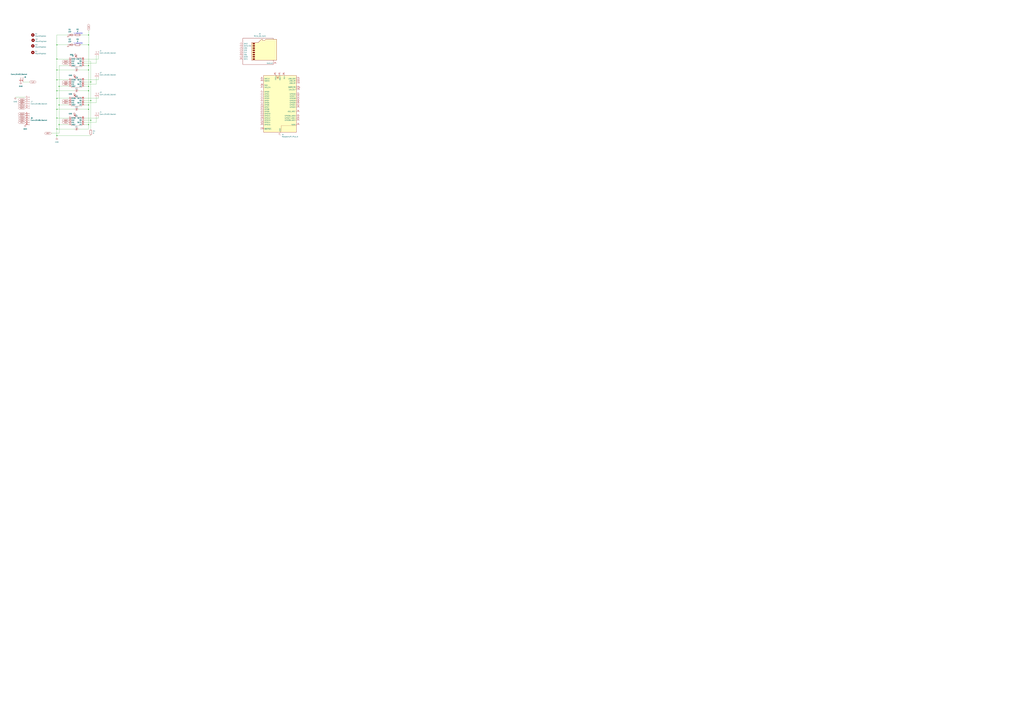
<source format=kicad_sch>
(kicad_sch (version 20250114) (generator "eeschema") (generator_version "9.0")
  (paper "A0")
  (lib_symbols
    (symbol "Connector:Conn_01x02_Socket" (pin_names (offset 1.016) (hide yes))
      (property "Reference" "J" (at 0 2.54 0))
      (property "Value" "Conn_01x02_Socket" (at 0 -5.08 0))
      (symbol "Conn_01x02_Socket_1_1"
        (polyline (pts (xy -1.27 0) (xy -0.508 0)) (stroke (width 0.1524)))
        (polyline (pts (xy -1.27 -2.54) (xy -0.508 -2.54)) (stroke (width 0.1524)))
        (arc (start 0 -0.508) (mid -0.5058 0) (end 0 0.508) (stroke (width 0.1524)))
        (arc (start 0 -3.048) (mid -0.5058 -2.54) (end 0 -2.032) (stroke (width 0.1524)))
        (pin passive line (at -5.08 0 0) (length 3.81) (name "Pin_1") (number "1"))
        (pin passive line (at -5.08 -2.54 0) (length 3.81) (name "Pin_2") (number "2"))
      )
    )
    (symbol "Connector:Conn_01x06_Socket" (pin_names (offset 1.016) (hide yes))
      (property "Reference" "J" (at 0 7.62 0))
      (property "Value" "Conn_01x06_Socket" (at 0 -10.16 0))
      (symbol "Conn_01x06_Socket_1_1"
        (polyline (pts (xy -1.27 5.08) (xy -0.508 5.08)) (stroke (width 0.1524)))
        (polyline (pts (xy -1.27 2.54) (xy -0.508 2.54)) (stroke (width 0.1524)))
        (polyline (pts (xy -1.27 0) (xy -0.508 0)) (stroke (width 0.1524)))
        (polyline (pts (xy -1.27 -2.54) (xy -0.508 -2.54)) (stroke (width 0.1524)))
        (polyline (pts (xy -1.27 -5.08) (xy -0.508 -5.08)) (stroke (width 0.1524)))
        (polyline (pts (xy -1.27 -7.62) (xy -0.508 -7.62)) (stroke (width 0.1524)))
        (arc (start 0 4.572) (mid -0.5058 5.08) (end 0 5.588) (stroke (width 0.1524)))
        (arc (start 0 2.032) (mid -0.5058 2.54) (end 0 3.048) (stroke (width 0.1524)))
        (arc (start 0 -0.508) (mid -0.5058 0) (end 0 0.508) (stroke (width 0.1524)))
        (arc (start 0 -3.048) (mid -0.5058 -2.54) (end 0 -2.032) (stroke (width 0.1524)))
        (arc (start 0 -5.588) (mid -0.5058 -5.08) (end 0 -4.572) (stroke (width 0.1524)))
        (arc (start 0 -8.128) (mid -0.5058 -7.62) (end 0 -7.112) (stroke (width 0.1524)))
        (pin passive line (at -5.08 5.08 0) (length 3.81) (name "Pin_1") (number "1"))
        (pin passive line (at -5.08 2.54 0) (length 3.81) (name "Pin_2") (number "2"))
        (pin passive line (at -5.08 0 0) (length 3.81) (name "Pin_3") (number "3"))
        (pin passive line (at -5.08 -2.54 0) (length 3.81) (name "Pin_4") (number "4"))
        (pin passive line (at -5.08 -5.08 0) (length 3.81) (name "Pin_5") (number "5"))
        (pin passive line (at -5.08 -7.62 0) (length 3.81) (name "Pin_6") (number "6"))
      )
    )
    (symbol "Connector:Micro_SD_Card" (pin_names (offset 1.016))
      (property "Reference" "J" (at -16.51 15.24 0))
      (property "Value" "Micro_SD_Card" (at 16.51 15.24 0))
      (symbol "Micro_SD_Card_0_1"
        (polyline (pts (xy -8.89 -11.43) (xy -8.89 8.89) (xy -1.27 8.89) (xy 2.54 12.7) (xy 3.81 12.7) (xy 3.81 11.43) (xy 6.35 11.43) (xy 7.62 12.7) (xy 20.32 12.7) (xy 20.32 -11.43) (xy -8.89 -11.43)) (stroke (width 0.254)) (fill (type background)))
        (rectangle (start -7.62 8.255) (end -5.08 6.985) (fill (type outline)))
        (rectangle (start -7.62 5.715) (end -5.08 4.445) (fill (type outline)))
        (rectangle (start -7.62 3.175) (end -5.08 1.905) (fill (type outline)))
        (rectangle (start -7.62 0.635) (end -5.08 -0.635) (fill (type outline)))
        (rectangle (start -7.62 -1.905) (end -5.08 -3.175) (fill (type outline)))
        (rectangle (start -7.62 -4.445) (end -5.08 -5.715) (fill (type outline)))
        (rectangle (start -7.62 -6.985) (end -5.08 -8.255) (fill (type outline)))
        (rectangle (start -7.62 -9.525) (end -5.08 -10.795) (fill (type outline)))
        (polyline (pts (xy 16.51 12.7) (xy 16.51 13.97) (xy -19.05 13.97) (xy -19.05 -16.51) (xy 16.51 -16.51) (xy 16.51 -11.43)) (stroke (width 0.254)))
      )
      (symbol "Micro_SD_Card_1_1"
        (pin bidirectional line (at -22.86 7.62 0) (length 3.81) (name "DAT2") (number "1"))
        (pin bidirectional line (at -22.86 5.08 0) (length 3.81) (name "DAT3/CD") (number "2"))
        (pin input line (at -22.86 2.54 0) (length 3.81) (name "CMD") (number "3"))
        (pin power_in line (at -22.86 0 0) (length 3.81) (name "VDD") (number "4"))
        (pin input line (at -22.86 -2.54 0) (length 3.81) (name "CLK") (number "5"))
        (pin power_in line (at -22.86 -5.08 0) (length 3.81) (name "VSS") (number "6"))
        (pin bidirectional line (at -22.86 -7.62 0) (length 3.81) (name "DAT0") (number "7"))
        (pin bidirectional line (at -22.86 -10.16 0) (length 3.81) (name "DAT1") (number "8"))
        (pin passive line (at 20.32 -15.24 180) (length 3.81) (name "SHIELD") (number "9"))
      )
    )
    (symbol "Device:C_Polarized_Small_US" (pin_numbers (hide yes)) (pin_names (offset 0.254) (hide yes))
      (property "Reference" "C" (at 0.254 1.778 0))
      (property "Value" "C_Polarized_Small_US" (at 0.254 -2.032 0))
      (symbol "C_Polarized_Small_US_0_1"
        (polyline (pts (xy -1.524 0.508) (xy 1.524 0.508)) (stroke (width 0.3048)))
        (polyline (pts (xy -1.27 1.524) (xy -0.762 1.524)))
        (polyline (pts (xy -1.016 1.27) (xy -1.016 1.778)))
        (arc (start -1.524 -0.762) (mid 0 -0.3734) (end 1.524 -0.762) (stroke (width 0.3048)))
      )
      (symbol "C_Polarized_Small_US_1_1"
        (pin passive line (at 0 2.54 270) (length 2.032) (name "~") (number "1"))
        (pin passive line (at 0 -2.54 90) (length 2.032) (name "~") (number "2"))
      )
    )
    (symbol "Device:LED" (pin_numbers (hide yes)) (pin_names (offset 1.016) (hide yes))
      (property "Reference" "D" (at 0 2.54 0))
      (property "Value" "LED" (at 0 -2.54 0))
      (symbol "LED_0_1"
        (polyline (pts (xy -3.048 -0.762) (xy -4.572 -2.286) (xy -3.81 -2.286) (xy -4.572 -2.286) (xy -4.572 -1.524)))
        (polyline (pts (xy -1.778 -0.762) (xy -3.302 -2.286) (xy -2.54 -2.286) (xy -3.302 -2.286) (xy -3.302 -1.524)))
        (polyline (pts (xy -1.27 0) (xy 1.27 0)))
        (polyline (pts (xy -1.27 -1.27) (xy -1.27 1.27)) (stroke (width 0.254)))
        (polyline (pts (xy 1.27 -1.27) (xy 1.27 1.27) (xy -1.27 0) (xy 1.27 -1.27)) (stroke (width 0.254)))
      )
      (symbol "LED_1_1"
        (pin passive line (at -3.81 0 0) (length 2.54) (name "K") (number "1"))
        (pin passive line (at 3.81 0 180) (length 2.54) (name "A") (number "2"))
      )
    )
    (symbol "Device:R" (pin_numbers (hide yes)) (pin_names (offset 0))
      (property "Reference" "R" (at 2.032 0 90))
      (property "Value" "R" (at 0 0 90))
      (symbol "R_0_1"
        (rectangle (start -1.016 -2.54) (end 1.016 2.54) (stroke (width 0.254)))
      )
      (symbol "R_1_1"
        (pin passive line (at 0 3.81 270) (length 1.27) (name "~") (number "1"))
        (pin passive line (at 0 -3.81 90) (length 1.27) (name "~") (number "2"))
      )
    )
    (symbol "MCU_Module:RaspberryPi_Pico_W_Extensive" (pin_names (offset 0.762))
      (property "Reference" "A" (at -19.05 35.56 0))
      (property "Value" "RaspberryPi_Pico_W" (at 7.62 35.56 0))
      (symbol "RaspberryPi_Pico_W_Extensive_0_1"
        (rectangle (start -19.05 34.29) (end 19.05 -31.75) (stroke (width 0.254)) (fill (type background)))
        (polyline (pts (xy -5.08 34.29) (xy -3.81 33.655) (xy -3.81 31.75) (xy -3.175 31.75)))
        (polyline (pts (xy -3.429 32.766) (xy -3.429 33.02) (xy -3.175 33.02) (xy -3.175 30.48) (xy -2.921 30.48) (xy -2.921 30.734)))
        (polyline (pts (xy -3.175 31.75) (xy -1.905 33.02) (xy -1.905 30.48) (xy -3.175 31.75)))
        (polyline (pts (xy 0 34.29) (xy -1.27 33.655) (xy -1.27 31.75) (xy -1.905 31.75)))
        (polyline (pts (xy 0 -31.75) (xy 1.27 -30.48) (xy 1.27 -24.13) (xy 18.415 -24.13) (xy 19.05 -22.86)))
      )
      (symbol "RaspberryPi_Pico_W_Extensive_1_1"
        (pin input line (at -22.86 30.48 0) (length 3.81) (name "SWCLK") (number "D1"))
        (pin bidirectional line (at -22.86 27.94 0) (length 3.81) (name "SWDIO") (number "D3"))
        (pin passive line (at -22.86 22.86 0) (length 3.81) (name "RUN") (number "30"))
        (pin passive line (at -22.86 20.32 0) (length 3.81) (name "3V3_EN") (number "37"))
        (pin bidirectional line (at -22.86 15.24 0) (length 3.81) (name "GPIO0") (number "1"))
        (pin bidirectional line (at -22.86 12.7 0) (length 3.81) (name "GPIO1") (number "2"))
        (pin bidirectional line (at -22.86 10.16 0) (length 3.81) (name "GPIO2") (number "4"))
        (pin bidirectional line (at -22.86 7.62 0) (length 3.81) (name "GPIO3") (number "5"))
        (pin bidirectional line (at -22.86 5.08 0) (length 3.81) (name "GPIO4") (number "6"))
        (pin bidirectional line (at -22.86 2.54 0) (length 3.81) (name "GPIO5") (number "7"))
        (pin bidirectional line (at -22.86 0 0) (length 3.81) (name "GPIO6") (number "9"))
        (pin bidirectional line (at -22.86 -2.54 0) (length 3.81) (name "GPIO7") (number "10"))
        (pin bidirectional line (at -22.86 -5.08 0) (length 3.81) (name "GPIO8") (number "11"))
        (pin bidirectional line (at -22.86 -7.62 0) (length 3.81) (name "GPIO9") (number "12"))
        (pin bidirectional line (at -22.86 -10.16 0) (length 3.81) (name "GPIO10") (number "14"))
        (pin bidirectional line (at -22.86 -12.7 0) (length 3.81) (name "GPIO11") (number "15"))
        (pin bidirectional line (at -22.86 -15.24 0) (length 3.81) (name "GPIO12") (number "16"))
        (pin bidirectional line (at -22.86 -17.78 0) (length 3.81) (name "GPIO13") (number "17"))
        (pin bidirectional line (at -22.86 -20.32 0) (length 3.81) (name "GPIO14") (number "19"))
        (pin bidirectional line (at -22.86 -22.86 0) (length 3.81) (name "GPIO15") (number "20"))
        (pin input line (at -22.86 -27.94 0) (length 3.81) (name "~{BOOTSEL}") (number "TP6"))
        (pin power_in line (at -5.08 38.1 270) (length 3.81) (name "VSYS") (number "39"))
        (pin power_out line (at 0 38.1 270) (length 3.81) (name "VBUS") (number "40"))
        (pin passive line (at 0 -35.56 90) (length 3.81) (hide yes) (name "GND") (number "13"))
        (pin passive line (at 0 -35.56 90) (length 3.81) (hide yes) (name "GND") (number "18"))
        (pin passive line (at 0 -35.56 90) (length 3.81) (hide yes) (name "GND") (number "23"))
        (pin passive line (at 0 -35.56 90) (length 3.81) (hide yes) (name "GND") (number "28"))
        (pin power_out line (at 0 -35.56 90) (length 3.81) (name "GND") (number "3"))
        (pin passive line (at 0 -35.56 90) (length 3.81) (hide yes) (name "GND") (number "38"))
        (pin passive line (at 0 -35.56 90) (length 3.81) (hide yes) (name "GND") (number "8"))
        (pin passive line (at 0 -35.56 90) (length 3.81) (hide yes) (name "GND") (number "D2"))
        (pin power_out line (at 5.08 38.1 270) (length 3.81) (name "3V3") (number "36"))
        (pin power_out line (at 22.86 30.48 180) (length 3.81) (name "USB_GND") (number "TP1"))
        (pin bidirectional line (at 22.86 27.94 180) (length 3.81) (name "USB_DM") (number "TP2"))
        (pin bidirectional line (at 22.86 25.4 180) (length 3.81) (name "USB_DP") (number "TP3"))
        (pin no_connect line (at 22.86 20.32 180) (length 3.81) (name "~{SMPS_PS}") (number "TP4"))
        (pin output line (at 22.86 17.78 180) (length 3.81) (name "LED_OUT") (number "TP5"))
        (pin bidirectional line (at 22.86 12.7 180) (length 3.81) (name "GPIO16") (number "21"))
        (pin bidirectional line (at 22.86 10.16 180) (length 3.81) (name "GPIO17") (number "22"))
        (pin bidirectional line (at 22.86 7.62 180) (length 3.81) (name "GPIO18") (number "24"))
        (pin bidirectional line (at 22.86 5.08 180) (length 3.81) (name "GPIO19") (number "25"))
        (pin bidirectional line (at 22.86 2.54 180) (length 3.81) (name "GPIO20") (number "26"))
        (pin bidirectional line (at 22.86 0 180) (length 3.81) (name "GPIO21") (number "27"))
        (pin bidirectional line (at 22.86 -2.54 180) (length 3.81) (name "GPIO22") (number "29"))
        (pin power_in line (at 22.86 -7.62 180) (length 3.81) (name "ADC_VREF") (number "35"))
        (pin bidirectional line (at 22.86 -12.7 180) (length 3.81) (name "GPIO26_ADC0") (number "31"))
        (pin bidirectional line (at 22.86 -15.24 180) (length 3.81) (name "GPIO27_ADC1") (number "32"))
        (pin bidirectional line (at 22.86 -17.78 180) (length 3.81) (name "GPIO28_ADC2") (number "34"))
        (pin power_out line (at 22.86 -22.86 180) (length 3.81) (name "AGND") (number "33"))
      )
    )
    (symbol "Mechanical:MountingHole" (pin_names (offset 1.016)) (in_bom no)
      (property "Reference" "H" (at 0 5.08 0))
      (property "Value" "MountingHole" (at 0 3.175 0))
      (symbol "MountingHole_0_1"
        (circle (center 0 0) (radius 1.27) (stroke (width 1.27)))
      )
    )
    (symbol "TB67H450FNG:TB67H450FNG"
      (property "Reference" "U4" (at 0 6.35 0))
      (property "Value" "~" (at 0 7.62 0))
      (symbol "TB67H450FNG_0_1"
        (rectangle (start -6.35 5.08) (end 6.35 -5.08))
      )
      (symbol "TB67H450FNG_1_1"
        (pin bidirectional line (at -8.89 3.81 0) (length 2.54) (name "GND") (number "1"))
        (pin bidirectional line (at -8.89 1.27 0) (length 2.54) (name "IN2") (number "2"))
        (pin bidirectional line (at -8.89 -1.27 0) (length 2.54) (name "IN1") (number "3"))
        (pin bidirectional line (at -8.89 -3.81 0) (length 2.54) (name "VREF") (number "4"))
        (pin bidirectional line (at -1.27 8.89 270) (length 3.81) (name "E") (number "9"))
        (pin bidirectional line (at 8.89 3.81 180) (length 2.54) (name "OUT2") (number "8"))
        (pin bidirectional line (at 8.89 1.27 180) (length 2.54) (name "RS") (number "7"))
        (pin bidirectional line (at 8.89 -1.27 180) (length 2.54) (name "OUT1") (number "6"))
        (pin bidirectional line (at 8.89 -3.81 180) (length 2.54) (name "VM") (number "5"))
      )
    )
    (symbol "TB67H450FNG_1"
      (property "Reference" "U1" (at 0 10.16 0))
      (property "Value" "~" (at 0 7.62 0))
      (symbol "TB67H450FNG_1_0_1"
        (rectangle (start -6.35 5.08) (end 6.35 -5.08))
      )
      (symbol "TB67H450FNG_1_1_1"
        (pin bidirectional line (at -8.89 3.81 0) (length 2.54) (name "GND") (number "1"))
        (pin bidirectional line (at -8.89 1.27 0) (length 2.54) (name "IN2") (number "2"))
        (pin bidirectional line (at -8.89 -1.27 0) (length 2.54) (name "IN1") (number "3"))
        (pin bidirectional line (at -8.89 -3.81 0) (length 2.54) (name "VREF") (number "4"))
        (pin bidirectional line (at 0 8.89 270) (length 3.81) (name "E") (number "9"))
        (pin bidirectional line (at 8.89 3.81 180) (length 2.54) (name "OUT2") (number "8"))
        (pin bidirectional line (at 8.89 1.27 180) (length 2.54) (name "RS") (number "7"))
        (pin bidirectional line (at 8.89 -1.27 180) (length 2.54) (name "OUT1") (number "6"))
        (pin bidirectional line (at 8.89 -3.81 180) (length 2.54) (name "VM") (number "5"))
      )
    )
    (symbol "TB67H450FNG_2"
      (property "Reference" "U2" (at 0.254 6.35 0))
      (property "Value" "~" (at 0 7.62 0))
      (symbol "TB67H450FNG_2_0_1"
        (rectangle (start -6.35 5.08) (end 6.35 -5.08))
      )
      (symbol "TB67H450FNG_2_1_1"
        (pin bidirectional line (at -8.89 3.81 0) (length 2.54) (name "GND") (number "1"))
        (pin bidirectional line (at -8.89 1.27 0) (length 2.54) (name "IN2") (number "2"))
        (pin bidirectional line (at -8.89 -1.27 0) (length 2.54) (name "IN1") (number "3"))
        (pin bidirectional line (at -8.89 -3.81 0) (length 2.54) (name "VREF") (number "4"))
        (pin bidirectional line (at -1.27 8.89 270) (length 3.81) (name "E") (number "9"))
        (pin bidirectional line (at 8.89 3.81 180) (length 2.54) (name "OUT2") (number "8"))
        (pin bidirectional line (at 8.89 1.27 180) (length 2.54) (name "RS") (number "7"))
        (pin bidirectional line (at 8.89 -1.27 180) (length 2.54) (name "OUT1") (number "6"))
        (pin bidirectional line (at 8.89 -3.81 180) (length 2.54) (name "VM") (number "5"))
      )
    )
    (symbol "TB67H450FNG_3"
      (property "Reference" "U3" (at 0 6.096 0))
      (property "Value" "~" (at 0 7.62 0))
      (symbol "TB67H450FNG_3_0_1"
        (rectangle (start -6.35 5.08) (end 6.35 -5.08))
      )
      (symbol "TB67H450FNG_3_1_1"
        (pin bidirectional line (at -8.89 3.81 0) (length 2.54) (name "GND") (number "1"))
        (pin bidirectional line (at -8.89 1.27 0) (length 2.54) (name "IN2") (number "2"))
        (pin bidirectional line (at -8.89 -1.27 0) (length 2.54) (name "IN1") (number "3"))
        (pin bidirectional line (at -8.89 -3.81 0) (length 2.54) (name "VREF") (number "4"))
        (pin bidirectional line (at -1.27 8.89 270) (length 3.81) (name "E") (number "9"))
        (pin bidirectional line (at 8.89 3.81 180) (length 2.54) (name "OUT2") (number "8"))
        (pin bidirectional line (at 8.89 1.27 180) (length 2.54) (name "RS") (number "7"))
        (pin bidirectional line (at 8.89 -1.27 180) (length 2.54) (name "OUT1") (number "6"))
        (pin bidirectional line (at 8.89 -3.81 180) (length 2.54) (name "VM") (number "5"))
      )
    )
    (symbol "power:GND" (power) (pin_numbers (hide yes)) (pin_names (offset 0) (hide yes))
      (property "Value" "GND" (at 0 -3.81 0))
      (symbol "GND_0_1"
        (polyline (pts (xy 0 0) (xy 0 -1.27) (xy 1.27 -1.27) (xy 0 -2.54) (xy -1.27 -1.27) (xy 0 -1.27)))
      )
      (symbol "GND_1_1"
        (pin power_in line (at 0 0 270) (length 0) (name "~") (number "1"))
      )
    )
  )
  (text "1/2W220Ω" (at 90.678 38.862 0) (effects (font (size 1.27 1.27))))
  (text "1/2W220Ω" (at 90.678 50.292 0) (effects (font (size 1.27 1.27))))
  (junction (at 102.87 52.07))
  (junction (at 102.87 127))
  (junction (at 66.04 157.48))
  (junction (at 102.87 81.28))
  (junction (at 102.87 121.92))
  (junction (at 102.87 40.64))
  (junction (at 66.04 68.58))
  (junction (at 68.58 121.92))
  (junction (at 66.04 92.71))
  (junction (at 105.41 139.7))
  (junction (at 66.04 137.16))
  (junction (at 66.04 127))
  (junction (at 66.04 149.86))
  (junction (at 102.87 76.2))
  (junction (at 68.58 100.33))
  (junction (at 66.04 114.3))
  (junction (at 68.58 144.78))
  (junction (at 66.04 52.07))
  (junction (at 105.41 116.84))
  (junction (at 102.87 144.78))
  (junction (at 66.04 105.41))
  (junction (at 66.04 81.28))
  (junction (at 105.41 95.25))
  (junction (at 102.87 105.41))
  (junction (at 102.87 100.33))
  (wire (pts (xy 91.44 81.28) (xy 102.87 81.28)))
  (wire (pts (xy 59.69 154.94) (xy 68.58 154.94)))
  (wire (pts (xy 105.41 139.7) (xy 105.41 149.86)))
  (wire (pts (xy 66.04 105.41) (xy 86.36 105.41)))
  (wire (pts (xy 68.58 121.92) (xy 68.58 144.78)))
  (wire (pts (xy 17.78 113.03) (xy 29.21 113.03)))
  (wire (pts (xy 66.04 92.71) (xy 66.04 105.41)))
  (wire (pts (xy 66.04 68.58) (xy 66.04 81.28)))
  (wire (pts (xy 66.04 68.58) (xy 80.01 68.58)))
  (wire (pts (xy 66.04 52.07) (xy 78.74 52.07)))
  (wire (pts (xy 97.79 76.2) (xy 102.87 76.2)))
  (wire (pts (xy 111.76 97.79) (xy 97.79 97.79)))
  (wire (pts (xy 68.58 100.33) (xy 68.58 121.92)))
  (wire (pts (xy 102.87 105.41) (xy 102.87 121.92)))
  (wire (pts (xy 111.76 119.38) (xy 97.79 119.38)))
  (wire (pts (xy 97.79 121.92) (xy 102.87 121.92)))
  (wire (pts (xy 102.87 76.2) (xy 102.87 81.28)))
  (wire (pts (xy 66.04 157.48) (xy 66.04 160.02)))
  (wire (pts (xy 66.04 127) (xy 86.36 127)))
  (wire (pts (xy 102.87 127) (xy 102.87 144.78)))
  (wire (pts (xy 66.04 40.64) (xy 78.74 40.64)))
  (wire (pts (xy 102.87 100.33) (xy 102.87 105.41)))
  (wire (pts (xy 66.04 137.16) (xy 66.04 149.86)))
  (wire (pts (xy 114.3 114.3) (xy 114.3 113.03)))
  (wire (pts (xy 102.87 52.07) (xy 102.87 76.2)))
  (wire (pts (xy 111.76 90.17) (xy 111.76 97.79)))
  (wire (pts (xy 68.58 76.2) (xy 80.01 76.2)))
  (wire (pts (xy 97.79 95.25) (xy 105.41 95.25)))
  (wire (pts (xy 114.3 137.16) (xy 114.3 135.89)))
  (wire (pts (xy 105.41 116.84) (xy 105.41 139.7)))
  (wire (pts (xy 66.04 137.16) (xy 80.01 137.16)))
  (wire (pts (xy 111.76 135.89) (xy 111.76 142.24)))
  (wire (pts (xy 102.87 35.56) (xy 102.87 40.64)))
  (wire (pts (xy 97.79 100.33) (xy 102.87 100.33)))
  (wire (pts (xy 68.58 144.78) (xy 80.01 144.78)))
  (wire (pts (xy 66.04 149.86) (xy 66.04 157.48)))
  (wire (pts (xy 111.76 73.66) (xy 97.79 73.66)))
  (wire (pts (xy 105.41 95.25) (xy 105.41 116.84)))
  (wire (pts (xy 66.04 40.64) (xy 66.04 52.07)))
  (wire (pts (xy 68.58 121.92) (xy 80.01 121.92)))
  (wire (pts (xy 66.04 114.3) (xy 80.01 114.3)))
  (wire (pts (xy 102.87 40.64) (xy 102.87 52.07)))
  (wire (pts (xy 105.41 139.7) (xy 97.79 139.7)))
  (wire (pts (xy 91.44 149.86) (xy 102.87 149.86)))
  (wire (pts (xy 114.3 68.58) (xy 114.3 64.77)))
  (wire (pts (xy 102.87 144.78) (xy 97.79 144.78)))
  (wire (pts (xy 97.79 137.16) (xy 114.3 137.16)))
  (wire (pts (xy 68.58 76.2) (xy 68.58 100.33)))
  (wire (pts (xy 114.3 92.71) (xy 97.79 92.71)))
  (wire (pts (xy 111.76 142.24) (xy 97.79 142.24)))
  (wire (pts (xy 66.04 92.71) (xy 80.01 92.71)))
  (wire (pts (xy 66.04 105.41) (xy 66.04 114.3)))
  (wire (pts (xy 97.79 71.12) (xy 105.41 71.12)))
  (wire (pts (xy 105.41 71.12) (xy 105.41 95.25)))
  (wire (pts (xy 102.87 121.92) (xy 102.87 127)))
  (wire (pts (xy 114.3 90.17) (xy 114.3 92.71)))
  (wire (pts (xy 91.44 127) (xy 102.87 127)))
  (wire (pts (xy 26.67 95.25) (xy 34.29 95.25)))
  (wire (pts (xy 68.58 154.94) (xy 68.58 144.78)))
  (wire (pts (xy 97.79 116.84) (xy 105.41 116.84)))
  (wire (pts (xy 66.04 81.28) (xy 66.04 92.71)))
  (wire (pts (xy 93.98 52.07) (xy 102.87 52.07)))
  (wire (pts (xy 97.79 68.58) (xy 114.3 68.58)))
  (wire (pts (xy 102.87 81.28) (xy 102.87 100.33)))
  (wire (pts (xy 111.76 113.03) (xy 111.76 119.38)))
  (wire (pts (xy 66.04 157.48) (xy 105.41 157.48)))
  (wire (pts (xy 111.76 64.77) (xy 111.76 73.66)))
  (wire (pts (xy 66.04 127) (xy 66.04 137.16)))
  (wire (pts (xy 66.04 114.3) (xy 66.04 127)))
  (wire (pts (xy 66.04 81.28) (xy 86.36 81.28)))
  (wire (pts (xy 97.79 114.3) (xy 114.3 114.3)))
  (wire (pts (xy 93.98 40.64) (xy 102.87 40.64)))
  (wire (pts (xy 68.58 100.33) (xy 80.01 100.33)))
  (wire (pts (xy 66.04 149.86) (xy 86.36 149.86)))
  (wire (pts (xy 102.87 144.78) (xy 102.87 149.86)))
  (wire (pts (xy 91.44 105.41) (xy 102.87 105.41)))
  (wire (pts (xy 66.04 52.07) (xy 66.04 68.58)))
  (global_label "7.2V" (shape bidirectional) (at 34.29 95.25 0) (property "Intersheetrefs" "${INTERSHEET_REFS}" (effects (hide yes))))
  (global_label "IND2" (shape bidirectional) (at 29.21 132.08 180) (property "Intersheetrefs" "${INTERSHEET_REFS}" (effects (hide yes))))
  (global_label "INC2" (shape bidirectional) (at 29.21 123.19 180) (property "Intersheetrefs" "${INTERSHEET_REFS}" (effects (hide yes))))
  (global_label "VREF" (shape bidirectional) (at 59.69 154.94 180) (property "Intersheetrefs" "${INTERSHEET_REFS}" (effects (hide yes))))
  (global_label "INB2" (shape bidirectional) (at 29.21 115.57 180) (property "Intersheetrefs" "${INTERSHEET_REFS}" (effects (hide yes))))
  (global_label "INC2" (shape bidirectional) (at 80.01 116.84 180) (property "Intersheetrefs" "${INTERSHEET_REFS}" (effects (hide yes))))
  (global_label "INC1" (shape bidirectional) (at 80.01 119.38 180) (property "Intersheetrefs" "${INTERSHEET_REFS}" (effects (hide yes))))
  (global_label "INA2" (shape bidirectional) (at 80.01 71.12 180) (property "Intersheetrefs" "${INTERSHEET_REFS}" (effects (hide yes))))
  (global_label "VREF" (shape bidirectional) (at 29.21 120.65 180) (property "Intersheetrefs" "${INTERSHEET_REFS}" (effects (hide yes))))
  (global_label "INB2" (shape bidirectional) (at 80.01 95.25 180) (property "Intersheetrefs" "${INTERSHEET_REFS}" (effects (hide yes))))
  (global_label "INC1" (shape bidirectional) (at 29.21 125.73 180) (property "Intersheetrefs" "${INTERSHEET_REFS}" (effects (hide yes))))
  (global_label "IND1" (shape bidirectional) (at 80.01 142.24 180) (property "Intersheetrefs" "${INTERSHEET_REFS}" (effects (hide yes))))
  (global_label "IND2" (shape bidirectional) (at 80.01 139.7 180) (property "Intersheetrefs" "${INTERSHEET_REFS}" (effects (hide yes))))
  (global_label "INA2" (shape bidirectional) (at 29.21 137.16 180) (property "Intersheetrefs" "${INTERSHEET_REFS}" (effects (hide yes))))
  (global_label "INA1" (shape bidirectional) (at 29.21 139.7 180) (property "Intersheetrefs" "${INTERSHEET_REFS}" (effects (hide yes))))
  (global_label "VREF" (shape bidirectional) (at 29.21 142.24 180) (property "Intersheetrefs" "${INTERSHEET_REFS}" (effects (hide yes))))
  (global_label "INB1" (shape bidirectional) (at 80.01 97.79 180) (property "Intersheetrefs" "${INTERSHEET_REFS}" (effects (hide yes))))
  (global_label "INB1" (shape bidirectional) (at 29.21 118.11 180) (property "Intersheetrefs" "${INTERSHEET_REFS}" (effects (hide yes))))
  (global_label "IND1" (shape bidirectional) (at 29.21 134.62 180) (property "Intersheetrefs" "${INTERSHEET_REFS}" (effects (hide yes))))
  (global_label "7.2V" (shape bidirectional) (at 102.87 35.56 90) (property "Intersheetrefs" "${INTERSHEET_REFS}" (effects (hide yes))))
  (global_label "INA1" (shape bidirectional) (at 80.01 73.66 180) (property "Intersheetrefs" "${INTERSHEET_REFS}" (effects (hide yes))))
  (symbol (lib_id "Connector:Conn_01x06_Socket") (at 34.29 118.11 0) (unit 1)
    (property "Reference" "J7" (at 35.56 118.1099 0) (effects (justify left)))
    (property "Value" "Conn_01x06_Socket" (at 35.56 120.6499 0) (effects (justify left)))
    (property "Footprint" "Connector_JST:JST_XH_S6B-XH-A_1x06_P2.50mm_Horizontal" (effects (hide yes)))
    (property "Description" "Generic connector, single row, 01x06, script generated" (effects (hide yes)))
  )
  (symbol (lib_id "Connector:Micro_SD_Card") (at 300.99 58.42 0) (unit 1)
    (property "Reference" "J5" (at 301.625 39.37 0))
    (property "Value" "Micro_SD_Card" (at 301.625 41.91 0))
    (property "Datasheet" "https://www.we-online.com/components/products/datasheet/693072010801.pdf" (effects (hide yes)))
    (property "Description" "Micro SD Card Socket" (effects (hide yes)))
  )
  (symbol (lib_id "power:GND") (at 87.63 109.22 270) (unit 1)
    (property "Reference" "#PWR08" (effects (hide yes)))
    (property "Value" "GND" (at 83.82 109.2199 90) (effects (justify right)))
    (property "Description" "Power symbol creates a global label with name \"GND\" , ground" (effects (hide yes)))
  )
  (symbol (lib_id "Mechanical:MountingHole") (at 38.1 60.96 0) (unit 1) (in_bom no)
    (property "Reference" "H4" (at 40.64 59.6899 0) (effects (justify left)))
    (property "Value" "MountingHole" (at 40.64 62.2299 0) (effects (justify left)))
    (property "Footprint" "MountingHole:MountingHole_3.2mm_M3" (effects (hide yes)))
    (property "Description" "Mounting Hole without connection" (effects (hide yes)))
  )
  (symbol (lib_id "Mechanical:MountingHole") (at 38.1 40.64 0) (unit 1) (in_bom no)
    (property "Reference" "H1" (at 40.64 39.3699 0) (effects (justify left)))
    (property "Value" "MountingHole" (at 40.64 41.9099 0) (effects (justify left)))
    (property "Footprint" "MountingHole:MountingHole_3.2mm_M3" (effects (hide yes)))
    (property "Description" "Mounting Hole without connection" (effects (hide yes)))
  )
  (symbol (lib_id "Device:R") (at 90.17 52.07 90) (unit 1)
    (property "Reference" "R3" (at 90.17 45.72 90))
    (property "Value" "R" (at 90.17 48.26 90))
    (property "Footprint" "Resistor_THT:R_Axial_DIN0309_L9.0mm_D3.2mm_P12.70mm_Horizontal" (effects (hide yes)))
    (property "Description" "Resistor" (effects (hide yes)))
  )
  (symbol (lib_id "MCU_Module:RaspberryPi_Pico_W_Extensive") (at 325.12 121.92 0) (unit 1)
    (property "Reference" "A1" (at 327.2633 156.21 0) (effects (justify left)))
    (property "Value" "RaspberryPi_Pico_W" (at 327.2633 158.75 0) (effects (justify left)))
    (property "Footprint" "Module:RaspberryPi_Pico_W_SMD" (effects (hide yes)))
    (property "Datasheet" "https://datasheets.raspberrypi.com/picow/pico-w-datasheet.pdf" (effects (hide yes)))
    (property "Description" "Versatile and inexpensive wireless microcontroller module (with full pinout for test point and debug connections) powered by RP2040 dual-core Arm Cortex-M0+ processor up to 133 MHz, 264kB SRAM, 2MB QSPI flash, Infineon CYW43439 2.4GHz 802.11n wireless LAN; also supports Raspberry Pi Pico 2 W" (effects (hide yes)))
  )
  (symbol (lib_id "Device:LED") (at 82.55 52.07 0) (unit 1)
    (property "Reference" "D2" (at 80.9625 45.72 0))
    (property "Value" "LED" (at 80.9625 48.26 0))
    (property "Footprint" "LED_SMD:LED_0603_1608Metric_Pad1.05x0.95mm_HandSolder" (effects (hide yes)))
    (property "Description" "Light emitting diode" (effects (hide yes)))
    (property "Sim.Pins" "1=K 2=A" (effects (hide yes)))
  )
  (symbol (lib_id "Device:R") (at 90.17 40.64 90) (unit 1)
    (property "Reference" "R2" (at 90.17 34.29 90))
    (property "Value" "R" (at 90.17 36.83 90))
    (property "Footprint" "Resistor_THT:R_Axial_DIN0309_L9.0mm_D3.2mm_P12.70mm_Horizontal" (effects (hide yes)))
    (property "Description" "Resistor" (effects (hide yes)))
  )
  (symbol (lib_name "TB67H450FNG_1") (lib_id "TB67H450FNG:TB67H450FNG") (at 88.9 72.39 0) (unit 1)
    (property "Reference" "U1" (at 84.582 64.77 0))
    (property "Value" "~" (at 88.9 64.77 0))
    (property "Footprint" "Package_SO:HSOP-8-1EP_3.9x4.9mm_P1.27mm_EP2.3x2.3mm" (effects (hide yes)))
  )
  (symbol (lib_id "Mechanical:MountingHole") (at 38.1 53.34 0) (unit 1) (in_bom no)
    (property "Reference" "H3" (at 40.64 52.0699 0) (effects (justify left)))
    (property "Value" "MountingHole" (at 40.64 54.6099 0) (effects (justify left)))
    (property "Footprint" "MountingHole:MountingHole_3.2mm_M3" (effects (hide yes)))
    (property "Description" "Mounting Hole without connection" (effects (hide yes)))
  )
  (symbol (lib_id "power:GND") (at 87.63 132.08 270) (unit 1)
    (property "Reference" "#PWR07" (effects (hide yes)))
    (property "Value" "GND" (at 83.82 132.0799 90) (effects (justify right)))
    (property "Description" "Power symbol creates a global label with name \"GND\" , ground" (effects (hide yes)))
  )
  (symbol (lib_id "Connector:Conn_01x02_Socket") (at 24.13 90.17 90) (unit 1)
    (property "Reference" "J6" (at 27.94 89.5349 90) (effects (justify right)))
    (property "Value" "Conn_01x02_Socket" (at 12.446 86.36 90) (effects (justify right)))
    (property "Footprint" "Connector_AMASS:AMASS_XT60-F_1x02_P7.20mm_Vertical" (effects (hide yes)))
    (property "Description" "Generic connector, single row, 01x02, script generated" (effects (hide yes)))
  )
  (symbol (lib_id "power:GND") (at 17.78 113.03 0) (unit 1)
    (property "Reference" "#PWR03" (effects (hide yes)))
    (property "Value" "GND" (at 17.78 118.11 0))
    (property "Description" "Power symbol creates a global label with name \"GND\" , ground" (effects (hide yes)))
  )
  (symbol (lib_id "power:GND") (at 66.04 160.02 0) (unit 1)
    (property "Reference" "#PWR01" (effects (hide yes)))
    (property "Value" "GND" (at 66.04 165.1 0))
    (property "Description" "Power symbol creates a global label with name \"GND\" , ground" (effects (hide yes)))
  )
  (symbol (lib_name "TB67H450FNG_3") (lib_id "TB67H450FNG:TB67H450FNG") (at 88.9 118.11 0) (unit 1)
    (property "Reference" "U3" (at 88.9 112.014 0))
    (property "Value" "~" (at 88.9 110.49 0))
    (property "Footprint" "Package_SO:HSOP-8-1EP_3.9x4.9mm_P1.27mm_EP2.3x2.3mm" (effects (hide yes)))
  )
  (symbol (lib_id "power:GND") (at 88.9 63.5 270) (unit 1)
    (property "Reference" "#PWR010" (effects (hide yes)))
    (property "Value" "GND" (at 85.09 63.4999 90) (effects (justify right)))
    (property "Description" "Power symbol creates a global label with name \"GND\" , ground" (effects (hide yes)))
  )
  (symbol (lib_id "power:GND") (at 24.13 95.25 0) (unit 1)
    (property "Reference" "#PWR06" (effects (hide yes)))
    (property "Value" "GND" (at 24.13 100.33 0))
    (property "Description" "Power symbol creates a global label with name \"GND\" , ground" (effects (hide yes)))
  )
  (symbol (lib_id "power:GND") (at 87.63 87.63 270) (unit 1)
    (property "Reference" "#PWR09" (effects (hide yes)))
    (property "Value" "GND" (at 83.82 87.6299 90) (effects (justify right)))
    (property "Description" "Power symbol creates a global label with name \"GND\" , ground" (effects (hide yes)))
  )
  (symbol (lib_id "Mechanical:MountingHole") (at 38.4311 46.8271 0) (unit 1) (in_bom no)
    (property "Reference" "H2" (at 40.9711 45.557 0) (effects (justify left)))
    (property "Value" "MountingHole" (at 40.9711 48.097 0) (effects (justify left)))
    (property "Footprint" "MountingHole:MountingHole_3.2mm_M3" (effects (hide yes)))
    (property "Description" "Mounting Hole without connection" (effects (hide yes)))
  )
  (symbol (lib_id "Device:C_Polarized_Small_US") (at 88.9 149.86 270) (unit 1)
    (property "Reference" "C4" (at 88.9 147.32 90))
    (property "Value" "C_Polarized_Small_US" (effects (hide yes)))
    (property "Footprint" "Capacitor_THT:CP_Radial_D6.3mm_P2.50mm" (effects (hide yes)))
    (property "Description" "Polarized capacitor, small US symbol" (effects (hide yes)))
  )
  (symbol (lib_id "Connector:Conn_01x02_Socket") (at 111.76 85.09 90) (unit 1)
    (property "Reference" "J2" (at 115.57 84.4549 90) (effects (justify right)))
    (property "Value" "Conn_01x02_Socket" (at 115.57 86.9949 90) (effects (justify right)))
    (property "Footprint" "Connector_JST:JST_VH_B2PS-VH_1x02_P3.96mm_Horizontal" (effects (hide yes)))
    (property "Description" "Generic connector, single row, 01x02, script generated" (effects (hide yes)))
  )
  (symbol (lib_id "Device:R") (at 105.41 153.67 0) (unit 1)
    (property "Reference" "R1" (at 107.95 152.3999 0) (effects (justify left)))
    (property "Value" "R" (at 107.95 154.9399 0) (effects (justify left)))
    (property "Footprint" "Resistor_THT:R_Axial_DIN0309_L9.0mm_D3.2mm_P12.70mm_Horizontal" (effects (hide yes)))
    (property "Description" "Resistor" (effects (hide yes)))
  )
  (symbol (lib_id "Device:LED") (at 82.55 40.64 0) (unit 1)
    (property "Reference" "D1" (at 80.9625 34.29 0))
    (property "Value" "LED" (at 80.9625 36.83 0))
    (property "Footprint" "LED_SMD:LED_0603_1608Metric_Pad1.05x0.95mm_HandSolder" (effects (hide yes)))
    (property "Description" "Light emitting diode" (effects (hide yes)))
    (property "Sim.Pins" "1=K 2=A" (effects (hide yes)))
  )
  (symbol (lib_id "Device:C_Polarized_Small_US") (at 88.9 105.41 270) (unit 1)
    (property "Reference" "C2" (at 88.9 102.87 90))
    (property "Value" "C_Polarized_Small_US" (effects (hide yes)))
    (property "Footprint" "Capacitor_THT:CP_Radial_D6.3mm_P2.50mm" (effects (hide yes)))
    (property "Description" "Polarized capacitor, small US symbol" (effects (hide yes)))
  )
  (symbol (lib_name "TB67H450FNG_2") (lib_id "TB67H450FNG:TB67H450FNG") (at 88.9 96.52 0) (unit 1)
    (property "Reference" "U2" (at 89.154 90.17 0))
    (property "Value" "~" (at 88.9 88.9 0))
    (property "Footprint" "Package_SO:HSOP-8-1EP_3.9x4.9mm_P1.27mm_EP2.3x2.3mm" (effects (hide yes)))
  )
  (symbol (lib_id "Connector:Conn_01x02_Socket") (at 111.76 107.95 90) (unit 1)
    (property "Reference" "J3" (at 115.57 107.3149 90) (effects (justify right)))
    (property "Value" "Conn_01x02_Socket" (at 115.57 109.8549 90) (effects (justify right)))
    (property "Footprint" "Connector_JST:JST_VH_B2PS-VH_1x02_P3.96mm_Horizontal" (effects (hide yes)))
    (property "Description" "Generic connector, single row, 01x02, script generated" (effects (hide yes)))
  )
  (symbol (lib_id "TB67H450FNG:TB67H450FNG") (at 88.9 140.97 0) (unit 1)
    (property "Reference" "U4" (at 88.9 134.62 0))
    (property "Value" "~" (at 88.9 133.35 0))
    (property "Footprint" "Package_SO:HSOP-8-1EP_3.9x4.9mm_P1.27mm_EP2.3x2.3mm" (effects (hide yes)))
  )
  (symbol (lib_id "Device:C_Polarized_Small_US") (at 88.9 127 270) (unit 1)
    (property "Reference" "C3" (at 88.9 124.46 90))
    (property "Value" "C_Polarized_Small_US" (effects (hide yes)))
    (property "Footprint" "Capacitor_THT:CP_Radial_D6.3mm_P2.50mm" (effects (hide yes)))
    (property "Description" "Polarized capacitor, small US symbol" (effects (hide yes)))
  )
  (symbol (lib_id "Connector:Conn_01x02_Socket") (at 111.76 59.69 90) (unit 1)
    (property "Reference" "J1" (at 115.57 59.0549 90) (effects (justify right)))
    (property "Value" "Conn_01x02_Socket" (at 115.57 61.5949 90) (effects (justify right)))
    (property "Footprint" "Connector_JST:JST_VH_B2PS-VH_1x02_P3.96mm_Horizontal" (effects (hide yes)))
    (property "Description" "Generic connector, single row, 01x02, script generated" (effects (hide yes)))
  )
  (symbol (lib_id "power:GND") (at 29.21 144.78 0) (unit 1)
    (property "Reference" "#PWR02" (effects (hide yes)))
    (property "Value" "GND" (at 29.21 149.86 0))
    (property "Description" "Power symbol creates a global label with name \"GND\" , ground" (effects (hide yes)))
  )
  (symbol (lib_id "Device:C_Polarized_Small_US") (at 88.9 81.28 270) (unit 1)
    (property "Reference" "C1" (at 88.9 78.74 90))
    (property "Value" "C_Polarized_Small_US" (effects (hide yes)))
    (property "Footprint" "Capacitor_THT:CP_Radial_D6.3mm_P2.50mm" (effects (hide yes)))
    (property "Description" "Polarized capacitor, small US symbol" (effects (hide yes)))
  )
  (symbol (lib_id "Connector:Conn_01x06_Socket") (at 34.29 137.16 0) (unit 1)
    (property "Reference" "J8" (at 35.56 137.1599 0) (effects (justify left)))
    (property "Value" "Conn_01x06_Socket" (at 35.56 139.6999 0) (effects (justify left)))
    (property "Footprint" "Connector_JST:JST_XH_S6B-XH-A_1x06_P2.50mm_Horizontal" (effects (hide yes)))
    (property "Description" "Generic connector, single row, 01x06, script generated" (effects (hide yes)))
  )
  (symbol (lib_id "Connector:Conn_01x02_Socket") (at 111.76 130.81 90) (unit 1)
    (property "Reference" "J4" (at 115.57 130.1749 90) (effects (justify right)))
    (property "Value" "Conn_01x02_Socket" (at 115.57 132.7149 90) (effects (justify right)))
    (property "Footprint" "Connector_JST:JST_VH_B2PS-VH_1x02_P3.96mm_Horizontal" (effects (hide yes)))
    (property "Description" "Generic connector, single row, 01x02, script generated" (effects (hide yes)))
  )
)
</source>
